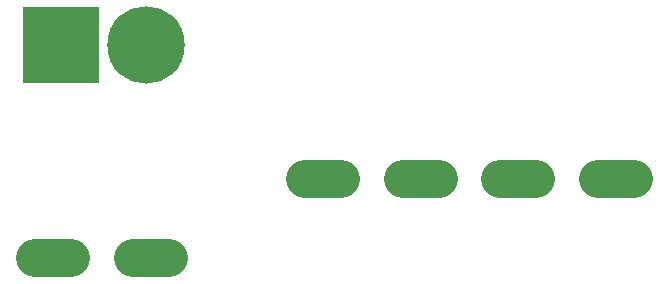
<source format=gbr>
G04 EAGLE Gerber RS-274X export*
G75*
%MOMM*%
%FSLAX34Y34*%
%LPD*%
%INSoldermask Bottom*%
%IPPOS*%
%AMOC8*
5,1,8,0,0,1.08239X$1,22.5*%
G01*
%ADD10C,3.251200*%
%ADD11R,6.553200X6.553200*%
%ADD12C,6.553200*%


D10*
X637260Y128410D02*
X667740Y128410D01*
X585240Y128410D02*
X554760Y128410D01*
X502740Y128410D02*
X472260Y128410D01*
X420190Y128410D02*
X389710Y128410D01*
D11*
X182700Y241300D03*
D12*
X254700Y241300D03*
D10*
X243560Y61100D02*
X274040Y61100D01*
X191540Y61100D02*
X161060Y61100D01*
M02*

</source>
